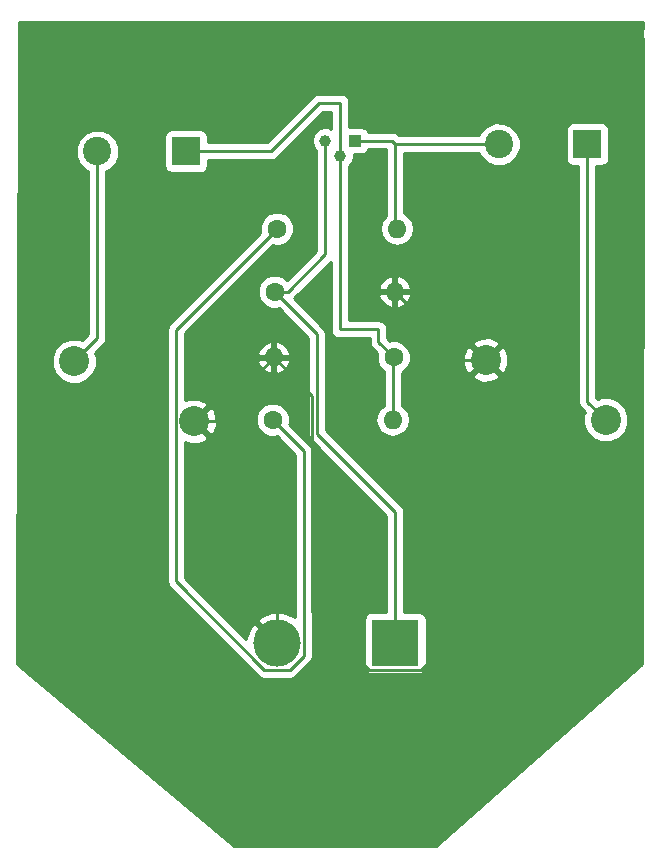
<source format=gbr>
G04 #@! TF.FileFunction,Copper,L1,Top,Signal*
%FSLAX46Y46*%
G04 Gerber Fmt 4.6, Leading zero omitted, Abs format (unit mm)*
G04 Created by KiCad (PCBNEW 4.0.5) date 05/24/17 22:27:59*
%MOMM*%
%LPD*%
G01*
G04 APERTURE LIST*
%ADD10C,0.100000*%
%ADD11R,2.400000X2.400000*%
%ADD12C,2.400000*%
%ADD13R,4.000000X4.000000*%
%ADD14C,4.000000*%
%ADD15C,2.540000*%
%ADD16C,1.000000*%
%ADD17R,1.000000X1.000000*%
%ADD18C,1.600000*%
%ADD19O,1.600000X1.600000*%
%ADD20C,0.250000*%
%ADD21C,0.254000*%
G04 APERTURE END LIST*
D10*
D11*
X136179560Y-83566000D03*
D12*
X128679560Y-83566000D03*
D11*
X170166680Y-82966560D03*
D12*
X162666680Y-82966560D03*
D13*
X153903680Y-125216920D03*
D14*
X143903680Y-125216920D03*
D15*
X136865360Y-106415840D03*
X126705360Y-101335840D03*
X171719240Y-106319320D03*
X161559240Y-101239320D03*
D16*
X149255480Y-83936840D03*
X147985480Y-82666840D03*
D17*
X150525480Y-82666840D03*
D18*
X143510000Y-106299000D03*
D19*
X153670000Y-106299000D03*
D18*
X143891000Y-90114120D03*
D19*
X154051000Y-90114120D03*
D18*
X153776680Y-101020880D03*
D19*
X143616680Y-101020880D03*
D18*
X143692880Y-95463360D03*
D19*
X153852880Y-95463360D03*
D20*
X149245320Y-79446120D02*
X149255480Y-79456280D01*
X149255480Y-79456280D02*
X149255480Y-83936840D01*
X147457160Y-79446120D02*
X149245320Y-79446120D01*
X143337280Y-83566000D02*
X147457160Y-79446120D01*
X136179560Y-83566000D02*
X143337280Y-83566000D01*
X153670000Y-106299000D02*
X153670000Y-101127560D01*
X153670000Y-101127560D02*
X153776680Y-101020880D01*
X152476200Y-98653600D02*
X152476200Y-99720400D01*
X152476200Y-99720400D02*
X153776680Y-101020880D01*
X149194520Y-98653600D02*
X152476200Y-98653600D01*
X149194520Y-84704906D02*
X149194520Y-98653600D01*
X149255480Y-83936840D02*
X149255480Y-84643946D01*
X149255480Y-84643946D02*
X149194520Y-84704906D01*
X128679560Y-83566000D02*
X128679560Y-99361640D01*
X128679560Y-99361640D02*
X126705360Y-101335840D01*
X170166680Y-82966560D02*
X170166680Y-104766760D01*
X170166680Y-104766760D02*
X171719240Y-106319320D01*
X162666680Y-82966560D02*
X160969624Y-82966560D01*
X160969624Y-82966560D02*
X160949304Y-82986880D01*
X160949304Y-82986880D02*
X153908760Y-82986880D01*
X153578560Y-82656680D02*
X153908760Y-82986880D01*
X153908760Y-82986880D02*
X153908760Y-90027760D01*
X151285640Y-82656680D02*
X153578560Y-82656680D01*
X150525480Y-82666840D02*
X151275480Y-82666840D01*
X151275480Y-82666840D02*
X151285640Y-82656680D01*
X147269200Y-107482640D02*
X147269200Y-99039680D01*
X147269200Y-99039680D02*
X143692880Y-95463360D01*
X153903680Y-114117120D02*
X147269200Y-107482640D01*
X153903680Y-125216920D02*
X153903680Y-114117120D01*
X143692880Y-95463360D02*
X144824250Y-95463360D01*
X144824250Y-95463360D02*
X147985480Y-92302130D01*
X147985480Y-92302130D02*
X147985480Y-82666840D01*
X159628840Y-101239320D02*
X159385000Y-100995480D01*
X143616680Y-101020880D02*
X146852640Y-104256840D01*
X156103681Y-127466921D02*
X159385000Y-124185602D01*
X159385000Y-100995480D02*
X153852880Y-95463360D01*
X146852640Y-104256840D02*
X146852640Y-122615882D01*
X159385000Y-124185602D02*
X159385000Y-100995480D01*
X146852640Y-122615882D02*
X151703679Y-127466921D01*
X151703679Y-127466921D02*
X156103681Y-127466921D01*
X161559240Y-101239320D02*
X159628840Y-101239320D01*
X143903680Y-125216920D02*
X143903680Y-122388493D01*
X143903680Y-122388493D02*
X140380720Y-118865533D01*
X140380720Y-118865533D02*
X140380720Y-104696531D01*
X140380720Y-104696531D02*
X140380720Y-104256840D01*
X140380720Y-104256840D02*
X143616680Y-101020880D01*
X136865360Y-106415840D02*
X138661411Y-106415840D01*
X138661411Y-106415840D02*
X140380720Y-104696531D01*
X143510000Y-106299000D02*
X146153681Y-108942681D01*
X146153681Y-108942681D02*
X146153681Y-126296921D01*
X146153681Y-126296921D02*
X144983681Y-127466921D01*
X144983681Y-127466921D02*
X142823679Y-127466921D01*
X143091001Y-90914119D02*
X143891000Y-90114120D01*
X142823679Y-127466921D02*
X135345359Y-119988601D01*
X135345359Y-119988601D02*
X135345359Y-98659761D01*
X135345359Y-98659761D02*
X143091001Y-90914119D01*
D21*
G36*
X174829409Y-73930734D02*
X174844380Y-74008038D01*
X174758772Y-126969690D01*
X157386384Y-142368281D01*
X140202666Y-142373207D01*
X121889144Y-126968012D01*
X121951690Y-101713105D01*
X124800030Y-101713105D01*
X125089438Y-102413526D01*
X125624855Y-102949879D01*
X126324770Y-103240508D01*
X127082625Y-103241170D01*
X127783046Y-102951762D01*
X128319399Y-102416345D01*
X128610028Y-101716430D01*
X128610690Y-100958575D01*
X128478164Y-100637838D01*
X129216961Y-99899041D01*
X129381708Y-99652480D01*
X129396706Y-99577081D01*
X129439560Y-99361640D01*
X129439560Y-98659761D01*
X134585359Y-98659761D01*
X134585359Y-119988601D01*
X134643211Y-120279440D01*
X134807958Y-120526002D01*
X142286278Y-128004322D01*
X142532840Y-128169069D01*
X142823679Y-128226921D01*
X144983681Y-128226921D01*
X145274520Y-128169069D01*
X145521082Y-128004322D01*
X146691082Y-126834322D01*
X146855829Y-126587760D01*
X146913681Y-126296921D01*
X146913681Y-108942681D01*
X146855829Y-108651842D01*
X146691082Y-108405280D01*
X144923256Y-106637454D01*
X144944750Y-106585691D01*
X144945248Y-106014813D01*
X144727243Y-105487200D01*
X144323923Y-105083176D01*
X143796691Y-104864250D01*
X143225813Y-104863752D01*
X142698200Y-105081757D01*
X142294176Y-105485077D01*
X142075250Y-106012309D01*
X142074752Y-106583187D01*
X142292757Y-107110800D01*
X142696077Y-107514824D01*
X143223309Y-107733750D01*
X143794187Y-107734248D01*
X143848149Y-107711951D01*
X145393681Y-109257483D01*
X145393681Y-122996960D01*
X145378327Y-122971177D01*
X144406668Y-122577801D01*
X143358433Y-122586207D01*
X142429033Y-122971177D01*
X142208264Y-123341898D01*
X143903680Y-125037315D01*
X143917822Y-125023172D01*
X144097428Y-125202778D01*
X144083285Y-125216920D01*
X144097428Y-125231062D01*
X143917822Y-125410668D01*
X143903680Y-125396525D01*
X143889538Y-125410668D01*
X143709932Y-125231062D01*
X143724075Y-125216920D01*
X142028658Y-123521504D01*
X141657937Y-123742273D01*
X141264561Y-124713932D01*
X141265524Y-124833964D01*
X136105359Y-119673799D01*
X136105359Y-108164633D01*
X136536396Y-108330101D01*
X137293992Y-108310276D01*
X137901840Y-108058497D01*
X138033532Y-107763617D01*
X136865360Y-106595445D01*
X136851218Y-106609588D01*
X136671613Y-106429983D01*
X136685755Y-106415840D01*
X137044965Y-106415840D01*
X138213137Y-107584012D01*
X138508017Y-107452320D01*
X138779621Y-106744804D01*
X138759796Y-105987208D01*
X138508017Y-105379360D01*
X138213137Y-105247668D01*
X137044965Y-106415840D01*
X136685755Y-106415840D01*
X136671613Y-106401698D01*
X136851218Y-106222093D01*
X136865360Y-106236235D01*
X138033532Y-105068063D01*
X137901840Y-104773183D01*
X137194324Y-104501579D01*
X136436728Y-104521404D01*
X136105359Y-104658662D01*
X136105359Y-101369919D01*
X142224776Y-101369919D01*
X142385639Y-101758303D01*
X142761546Y-102173269D01*
X143267639Y-102412794D01*
X143489680Y-102291509D01*
X143489680Y-101147880D01*
X143743680Y-101147880D01*
X143743680Y-102291509D01*
X143965721Y-102412794D01*
X144471814Y-102173269D01*
X144847721Y-101758303D01*
X145008584Y-101369919D01*
X144886595Y-101147880D01*
X143743680Y-101147880D01*
X143489680Y-101147880D01*
X142346765Y-101147880D01*
X142224776Y-101369919D01*
X136105359Y-101369919D01*
X136105359Y-100671841D01*
X142224776Y-100671841D01*
X142346765Y-100893880D01*
X143489680Y-100893880D01*
X143489680Y-99750251D01*
X143743680Y-99750251D01*
X143743680Y-100893880D01*
X144886595Y-100893880D01*
X145008584Y-100671841D01*
X144847721Y-100283457D01*
X144471814Y-99868491D01*
X143965721Y-99628966D01*
X143743680Y-99750251D01*
X143489680Y-99750251D01*
X143267639Y-99628966D01*
X142761546Y-99868491D01*
X142385639Y-100283457D01*
X142224776Y-100671841D01*
X136105359Y-100671841D01*
X136105359Y-98974563D01*
X143552546Y-91527376D01*
X143604309Y-91548870D01*
X144175187Y-91549368D01*
X144702800Y-91331363D01*
X145106824Y-90928043D01*
X145325750Y-90400811D01*
X145326248Y-89829933D01*
X145108243Y-89302320D01*
X144704923Y-88898296D01*
X144177691Y-88679370D01*
X143606813Y-88678872D01*
X143079200Y-88896877D01*
X142675176Y-89300197D01*
X142456250Y-89827429D01*
X142455752Y-90398307D01*
X142478049Y-90452269D01*
X134807958Y-98122360D01*
X134643211Y-98368922D01*
X134585359Y-98659761D01*
X129439560Y-98659761D01*
X129439560Y-85237448D01*
X129717646Y-85122545D01*
X130234290Y-84606801D01*
X130514241Y-83932605D01*
X130514878Y-83202597D01*
X130236105Y-82527914D01*
X130074474Y-82366000D01*
X134332120Y-82366000D01*
X134332120Y-84766000D01*
X134376398Y-85001317D01*
X134515470Y-85217441D01*
X134727670Y-85362431D01*
X134979560Y-85413440D01*
X137379560Y-85413440D01*
X137614877Y-85369162D01*
X137831001Y-85230090D01*
X137975991Y-85017890D01*
X138027000Y-84766000D01*
X138027000Y-84326000D01*
X143337280Y-84326000D01*
X143628119Y-84268148D01*
X143874681Y-84103401D01*
X147771962Y-80206120D01*
X148495480Y-80206120D01*
X148495480Y-81649651D01*
X148212236Y-81532037D01*
X147760705Y-81531643D01*
X147343394Y-81704073D01*
X147023835Y-82023075D01*
X146850677Y-82440084D01*
X146850283Y-82891615D01*
X147022713Y-83308926D01*
X147225480Y-83512047D01*
X147225480Y-91987328D01*
X144735838Y-94476970D01*
X144506803Y-94247536D01*
X143979571Y-94028610D01*
X143408693Y-94028112D01*
X142881080Y-94246117D01*
X142477056Y-94649437D01*
X142258130Y-95176669D01*
X142257632Y-95747547D01*
X142475637Y-96275160D01*
X142878957Y-96679184D01*
X143406189Y-96898110D01*
X143977067Y-96898608D01*
X144031029Y-96876311D01*
X146509200Y-99354482D01*
X146509200Y-107482640D01*
X146567052Y-107773479D01*
X146731799Y-108020041D01*
X153143680Y-114431922D01*
X153143680Y-122569480D01*
X151903680Y-122569480D01*
X151668363Y-122613758D01*
X151452239Y-122752830D01*
X151307249Y-122965030D01*
X151256240Y-123216920D01*
X151256240Y-127216920D01*
X151300518Y-127452237D01*
X151439590Y-127668361D01*
X151651790Y-127813351D01*
X151903680Y-127864360D01*
X155903680Y-127864360D01*
X156138997Y-127820082D01*
X156355121Y-127681010D01*
X156500111Y-127468810D01*
X156551120Y-127216920D01*
X156551120Y-123216920D01*
X156506842Y-122981603D01*
X156367770Y-122765479D01*
X156155570Y-122620489D01*
X155903680Y-122569480D01*
X154663680Y-122569480D01*
X154663680Y-114117120D01*
X154605828Y-113826281D01*
X154441081Y-113579719D01*
X148029200Y-107167838D01*
X148029200Y-99039680D01*
X147971348Y-98748841D01*
X147971348Y-98748840D01*
X147806601Y-98502279D01*
X145327741Y-96023419D01*
X145361651Y-96000761D01*
X148434520Y-92927892D01*
X148434520Y-98653600D01*
X148492372Y-98944439D01*
X148657119Y-99191001D01*
X148903681Y-99355748D01*
X149194520Y-99413600D01*
X151716200Y-99413600D01*
X151716200Y-99720400D01*
X151774052Y-100011239D01*
X151938799Y-100257801D01*
X152363424Y-100682426D01*
X152341930Y-100734189D01*
X152341432Y-101305067D01*
X152559437Y-101832680D01*
X152910000Y-102183855D01*
X152910000Y-105095333D01*
X152627189Y-105284302D01*
X152316120Y-105749849D01*
X152206887Y-106299000D01*
X152316120Y-106848151D01*
X152627189Y-107313698D01*
X153092736Y-107624767D01*
X153641887Y-107734000D01*
X153698113Y-107734000D01*
X154247264Y-107624767D01*
X154712811Y-107313698D01*
X155023880Y-106848151D01*
X155133113Y-106299000D01*
X155023880Y-105749849D01*
X154712811Y-105284302D01*
X154430000Y-105095333D01*
X154430000Y-102587097D01*
X160391068Y-102587097D01*
X160522760Y-102881977D01*
X161230276Y-103153581D01*
X161987872Y-103133756D01*
X162595720Y-102881977D01*
X162727412Y-102587097D01*
X161559240Y-101418925D01*
X160391068Y-102587097D01*
X154430000Y-102587097D01*
X154430000Y-102303606D01*
X154588480Y-102238123D01*
X154992504Y-101834803D01*
X155211430Y-101307571D01*
X155211776Y-100910356D01*
X159644979Y-100910356D01*
X159664804Y-101667952D01*
X159916583Y-102275800D01*
X160211463Y-102407492D01*
X161379635Y-101239320D01*
X161738845Y-101239320D01*
X162907017Y-102407492D01*
X163201897Y-102275800D01*
X163473501Y-101568284D01*
X163453676Y-100810688D01*
X163201897Y-100202840D01*
X162907017Y-100071148D01*
X161738845Y-101239320D01*
X161379635Y-101239320D01*
X160211463Y-100071148D01*
X159916583Y-100202840D01*
X159644979Y-100910356D01*
X155211776Y-100910356D01*
X155211928Y-100736693D01*
X154993923Y-100209080D01*
X154676940Y-99891543D01*
X160391068Y-99891543D01*
X161559240Y-101059715D01*
X162727412Y-99891543D01*
X162595720Y-99596663D01*
X161888204Y-99325059D01*
X161130608Y-99344884D01*
X160522760Y-99596663D01*
X160391068Y-99891543D01*
X154676940Y-99891543D01*
X154590603Y-99805056D01*
X154063371Y-99586130D01*
X153492493Y-99585632D01*
X153438531Y-99607929D01*
X153236200Y-99405598D01*
X153236200Y-98653600D01*
X153178348Y-98362761D01*
X153013601Y-98116199D01*
X152767039Y-97951452D01*
X152476200Y-97893600D01*
X149954520Y-97893600D01*
X149954520Y-95812399D01*
X152460976Y-95812399D01*
X152621839Y-96200783D01*
X152997746Y-96615749D01*
X153503839Y-96855274D01*
X153725880Y-96733989D01*
X153725880Y-95590360D01*
X153979880Y-95590360D01*
X153979880Y-96733989D01*
X154201921Y-96855274D01*
X154708014Y-96615749D01*
X155083921Y-96200783D01*
X155244784Y-95812399D01*
X155122795Y-95590360D01*
X153979880Y-95590360D01*
X153725880Y-95590360D01*
X152582965Y-95590360D01*
X152460976Y-95812399D01*
X149954520Y-95812399D01*
X149954520Y-95114321D01*
X152460976Y-95114321D01*
X152582965Y-95336360D01*
X153725880Y-95336360D01*
X153725880Y-94192731D01*
X153979880Y-94192731D01*
X153979880Y-95336360D01*
X155122795Y-95336360D01*
X155244784Y-95114321D01*
X155083921Y-94725937D01*
X154708014Y-94310971D01*
X154201921Y-94071446D01*
X153979880Y-94192731D01*
X153725880Y-94192731D01*
X153503839Y-94071446D01*
X152997746Y-94310971D01*
X152621839Y-94725937D01*
X152460976Y-95114321D01*
X149954520Y-95114321D01*
X149954520Y-84939437D01*
X149957628Y-84934786D01*
X149981240Y-84816079D01*
X150217125Y-84580605D01*
X150390283Y-84163596D01*
X150390588Y-83814280D01*
X151025480Y-83814280D01*
X151260797Y-83770002D01*
X151476921Y-83630930D01*
X151621911Y-83418730D01*
X151622326Y-83416680D01*
X153148760Y-83416680D01*
X153148760Y-89005495D01*
X153008189Y-89099422D01*
X152697120Y-89564969D01*
X152587887Y-90114120D01*
X152697120Y-90663271D01*
X153008189Y-91128818D01*
X153473736Y-91439887D01*
X154022887Y-91549120D01*
X154079113Y-91549120D01*
X154628264Y-91439887D01*
X155093811Y-91128818D01*
X155404880Y-90663271D01*
X155514113Y-90114120D01*
X155404880Y-89564969D01*
X155093811Y-89099422D01*
X154668760Y-88815412D01*
X154668760Y-83746880D01*
X160949304Y-83746880D01*
X160999503Y-83736895D01*
X161110135Y-84004646D01*
X161625879Y-84521290D01*
X162300075Y-84801241D01*
X163030083Y-84801878D01*
X163704766Y-84523105D01*
X164221410Y-84007361D01*
X164501361Y-83333165D01*
X164501998Y-82603157D01*
X164223225Y-81928474D01*
X164061594Y-81766560D01*
X168319240Y-81766560D01*
X168319240Y-84166560D01*
X168363518Y-84401877D01*
X168502590Y-84618001D01*
X168714790Y-84762991D01*
X168966680Y-84814000D01*
X169406680Y-84814000D01*
X169406680Y-104766760D01*
X169464532Y-105057599D01*
X169629279Y-105304161D01*
X169946391Y-105621273D01*
X169814572Y-105938730D01*
X169813910Y-106696585D01*
X170103318Y-107397006D01*
X170638735Y-107933359D01*
X171338650Y-108223988D01*
X172096505Y-108224650D01*
X172796926Y-107935242D01*
X173333279Y-107399825D01*
X173623908Y-106699910D01*
X173624570Y-105942055D01*
X173335162Y-105241634D01*
X172799745Y-104705281D01*
X172099830Y-104414652D01*
X171341975Y-104413990D01*
X171021238Y-104546516D01*
X170926680Y-104451958D01*
X170926680Y-84814000D01*
X171366680Y-84814000D01*
X171601997Y-84769722D01*
X171818121Y-84630650D01*
X171963111Y-84418450D01*
X172014120Y-84166560D01*
X172014120Y-81766560D01*
X171969842Y-81531243D01*
X171830770Y-81315119D01*
X171618570Y-81170129D01*
X171366680Y-81119120D01*
X168966680Y-81119120D01*
X168731363Y-81163398D01*
X168515239Y-81302470D01*
X168370249Y-81514670D01*
X168319240Y-81766560D01*
X164061594Y-81766560D01*
X163707481Y-81411830D01*
X163033285Y-81131879D01*
X162303277Y-81131242D01*
X161628594Y-81410015D01*
X161111950Y-81925759D01*
X160995351Y-82206560D01*
X160969624Y-82206560D01*
X160867469Y-82226880D01*
X154223562Y-82226880D01*
X154115961Y-82119279D01*
X153869399Y-81954532D01*
X153578560Y-81896680D01*
X151606221Y-81896680D01*
X151489570Y-81715399D01*
X151277370Y-81570409D01*
X151025480Y-81519400D01*
X150025480Y-81519400D01*
X150015480Y-81521282D01*
X150015480Y-79456280D01*
X149957628Y-79165441D01*
X149957628Y-79165440D01*
X149792881Y-78918879D01*
X149782721Y-78908719D01*
X149536159Y-78743972D01*
X149245320Y-78686120D01*
X147457160Y-78686120D01*
X147166320Y-78743972D01*
X146919759Y-78908719D01*
X143022478Y-82806000D01*
X138027000Y-82806000D01*
X138027000Y-82366000D01*
X137982722Y-82130683D01*
X137843650Y-81914559D01*
X137631450Y-81769569D01*
X137379560Y-81718560D01*
X134979560Y-81718560D01*
X134744243Y-81762838D01*
X134528119Y-81901910D01*
X134383129Y-82114110D01*
X134332120Y-82366000D01*
X130074474Y-82366000D01*
X129720361Y-82011270D01*
X129046165Y-81731319D01*
X128316157Y-81730682D01*
X127641474Y-82009455D01*
X127124830Y-82525199D01*
X126844879Y-83199395D01*
X126844242Y-83929403D01*
X127123015Y-84604086D01*
X127638759Y-85120730D01*
X127919560Y-85237329D01*
X127919560Y-99046838D01*
X127403407Y-99562991D01*
X127085950Y-99431172D01*
X126328095Y-99430510D01*
X125627674Y-99719918D01*
X125091321Y-100255335D01*
X124800692Y-100955250D01*
X124800030Y-101713105D01*
X121951690Y-101713105D01*
X122023724Y-72627560D01*
X174835991Y-72627560D01*
X174829409Y-73930734D01*
X174829409Y-73930734D01*
G37*
X174829409Y-73930734D02*
X174844380Y-74008038D01*
X174758772Y-126969690D01*
X157386384Y-142368281D01*
X140202666Y-142373207D01*
X121889144Y-126968012D01*
X121951690Y-101713105D01*
X124800030Y-101713105D01*
X125089438Y-102413526D01*
X125624855Y-102949879D01*
X126324770Y-103240508D01*
X127082625Y-103241170D01*
X127783046Y-102951762D01*
X128319399Y-102416345D01*
X128610028Y-101716430D01*
X128610690Y-100958575D01*
X128478164Y-100637838D01*
X129216961Y-99899041D01*
X129381708Y-99652480D01*
X129396706Y-99577081D01*
X129439560Y-99361640D01*
X129439560Y-98659761D01*
X134585359Y-98659761D01*
X134585359Y-119988601D01*
X134643211Y-120279440D01*
X134807958Y-120526002D01*
X142286278Y-128004322D01*
X142532840Y-128169069D01*
X142823679Y-128226921D01*
X144983681Y-128226921D01*
X145274520Y-128169069D01*
X145521082Y-128004322D01*
X146691082Y-126834322D01*
X146855829Y-126587760D01*
X146913681Y-126296921D01*
X146913681Y-108942681D01*
X146855829Y-108651842D01*
X146691082Y-108405280D01*
X144923256Y-106637454D01*
X144944750Y-106585691D01*
X144945248Y-106014813D01*
X144727243Y-105487200D01*
X144323923Y-105083176D01*
X143796691Y-104864250D01*
X143225813Y-104863752D01*
X142698200Y-105081757D01*
X142294176Y-105485077D01*
X142075250Y-106012309D01*
X142074752Y-106583187D01*
X142292757Y-107110800D01*
X142696077Y-107514824D01*
X143223309Y-107733750D01*
X143794187Y-107734248D01*
X143848149Y-107711951D01*
X145393681Y-109257483D01*
X145393681Y-122996960D01*
X145378327Y-122971177D01*
X144406668Y-122577801D01*
X143358433Y-122586207D01*
X142429033Y-122971177D01*
X142208264Y-123341898D01*
X143903680Y-125037315D01*
X143917822Y-125023172D01*
X144097428Y-125202778D01*
X144083285Y-125216920D01*
X144097428Y-125231062D01*
X143917822Y-125410668D01*
X143903680Y-125396525D01*
X143889538Y-125410668D01*
X143709932Y-125231062D01*
X143724075Y-125216920D01*
X142028658Y-123521504D01*
X141657937Y-123742273D01*
X141264561Y-124713932D01*
X141265524Y-124833964D01*
X136105359Y-119673799D01*
X136105359Y-108164633D01*
X136536396Y-108330101D01*
X137293992Y-108310276D01*
X137901840Y-108058497D01*
X138033532Y-107763617D01*
X136865360Y-106595445D01*
X136851218Y-106609588D01*
X136671613Y-106429983D01*
X136685755Y-106415840D01*
X137044965Y-106415840D01*
X138213137Y-107584012D01*
X138508017Y-107452320D01*
X138779621Y-106744804D01*
X138759796Y-105987208D01*
X138508017Y-105379360D01*
X138213137Y-105247668D01*
X137044965Y-106415840D01*
X136685755Y-106415840D01*
X136671613Y-106401698D01*
X136851218Y-106222093D01*
X136865360Y-106236235D01*
X138033532Y-105068063D01*
X137901840Y-104773183D01*
X137194324Y-104501579D01*
X136436728Y-104521404D01*
X136105359Y-104658662D01*
X136105359Y-101369919D01*
X142224776Y-101369919D01*
X142385639Y-101758303D01*
X142761546Y-102173269D01*
X143267639Y-102412794D01*
X143489680Y-102291509D01*
X143489680Y-101147880D01*
X143743680Y-101147880D01*
X143743680Y-102291509D01*
X143965721Y-102412794D01*
X144471814Y-102173269D01*
X144847721Y-101758303D01*
X145008584Y-101369919D01*
X144886595Y-101147880D01*
X143743680Y-101147880D01*
X143489680Y-101147880D01*
X142346765Y-101147880D01*
X142224776Y-101369919D01*
X136105359Y-101369919D01*
X136105359Y-100671841D01*
X142224776Y-100671841D01*
X142346765Y-100893880D01*
X143489680Y-100893880D01*
X143489680Y-99750251D01*
X143743680Y-99750251D01*
X143743680Y-100893880D01*
X144886595Y-100893880D01*
X145008584Y-100671841D01*
X144847721Y-100283457D01*
X144471814Y-99868491D01*
X143965721Y-99628966D01*
X143743680Y-99750251D01*
X143489680Y-99750251D01*
X143267639Y-99628966D01*
X142761546Y-99868491D01*
X142385639Y-100283457D01*
X142224776Y-100671841D01*
X136105359Y-100671841D01*
X136105359Y-98974563D01*
X143552546Y-91527376D01*
X143604309Y-91548870D01*
X144175187Y-91549368D01*
X144702800Y-91331363D01*
X145106824Y-90928043D01*
X145325750Y-90400811D01*
X145326248Y-89829933D01*
X145108243Y-89302320D01*
X144704923Y-88898296D01*
X144177691Y-88679370D01*
X143606813Y-88678872D01*
X143079200Y-88896877D01*
X142675176Y-89300197D01*
X142456250Y-89827429D01*
X142455752Y-90398307D01*
X142478049Y-90452269D01*
X134807958Y-98122360D01*
X134643211Y-98368922D01*
X134585359Y-98659761D01*
X129439560Y-98659761D01*
X129439560Y-85237448D01*
X129717646Y-85122545D01*
X130234290Y-84606801D01*
X130514241Y-83932605D01*
X130514878Y-83202597D01*
X130236105Y-82527914D01*
X130074474Y-82366000D01*
X134332120Y-82366000D01*
X134332120Y-84766000D01*
X134376398Y-85001317D01*
X134515470Y-85217441D01*
X134727670Y-85362431D01*
X134979560Y-85413440D01*
X137379560Y-85413440D01*
X137614877Y-85369162D01*
X137831001Y-85230090D01*
X137975991Y-85017890D01*
X138027000Y-84766000D01*
X138027000Y-84326000D01*
X143337280Y-84326000D01*
X143628119Y-84268148D01*
X143874681Y-84103401D01*
X147771962Y-80206120D01*
X148495480Y-80206120D01*
X148495480Y-81649651D01*
X148212236Y-81532037D01*
X147760705Y-81531643D01*
X147343394Y-81704073D01*
X147023835Y-82023075D01*
X146850677Y-82440084D01*
X146850283Y-82891615D01*
X147022713Y-83308926D01*
X147225480Y-83512047D01*
X147225480Y-91987328D01*
X144735838Y-94476970D01*
X144506803Y-94247536D01*
X143979571Y-94028610D01*
X143408693Y-94028112D01*
X142881080Y-94246117D01*
X142477056Y-94649437D01*
X142258130Y-95176669D01*
X142257632Y-95747547D01*
X142475637Y-96275160D01*
X142878957Y-96679184D01*
X143406189Y-96898110D01*
X143977067Y-96898608D01*
X144031029Y-96876311D01*
X146509200Y-99354482D01*
X146509200Y-107482640D01*
X146567052Y-107773479D01*
X146731799Y-108020041D01*
X153143680Y-114431922D01*
X153143680Y-122569480D01*
X151903680Y-122569480D01*
X151668363Y-122613758D01*
X151452239Y-122752830D01*
X151307249Y-122965030D01*
X151256240Y-123216920D01*
X151256240Y-127216920D01*
X151300518Y-127452237D01*
X151439590Y-127668361D01*
X151651790Y-127813351D01*
X151903680Y-127864360D01*
X155903680Y-127864360D01*
X156138997Y-127820082D01*
X156355121Y-127681010D01*
X156500111Y-127468810D01*
X156551120Y-127216920D01*
X156551120Y-123216920D01*
X156506842Y-122981603D01*
X156367770Y-122765479D01*
X156155570Y-122620489D01*
X155903680Y-122569480D01*
X154663680Y-122569480D01*
X154663680Y-114117120D01*
X154605828Y-113826281D01*
X154441081Y-113579719D01*
X148029200Y-107167838D01*
X148029200Y-99039680D01*
X147971348Y-98748841D01*
X147971348Y-98748840D01*
X147806601Y-98502279D01*
X145327741Y-96023419D01*
X145361651Y-96000761D01*
X148434520Y-92927892D01*
X148434520Y-98653600D01*
X148492372Y-98944439D01*
X148657119Y-99191001D01*
X148903681Y-99355748D01*
X149194520Y-99413600D01*
X151716200Y-99413600D01*
X151716200Y-99720400D01*
X151774052Y-100011239D01*
X151938799Y-100257801D01*
X152363424Y-100682426D01*
X152341930Y-100734189D01*
X152341432Y-101305067D01*
X152559437Y-101832680D01*
X152910000Y-102183855D01*
X152910000Y-105095333D01*
X152627189Y-105284302D01*
X152316120Y-105749849D01*
X152206887Y-106299000D01*
X152316120Y-106848151D01*
X152627189Y-107313698D01*
X153092736Y-107624767D01*
X153641887Y-107734000D01*
X153698113Y-107734000D01*
X154247264Y-107624767D01*
X154712811Y-107313698D01*
X155023880Y-106848151D01*
X155133113Y-106299000D01*
X155023880Y-105749849D01*
X154712811Y-105284302D01*
X154430000Y-105095333D01*
X154430000Y-102587097D01*
X160391068Y-102587097D01*
X160522760Y-102881977D01*
X161230276Y-103153581D01*
X161987872Y-103133756D01*
X162595720Y-102881977D01*
X162727412Y-102587097D01*
X161559240Y-101418925D01*
X160391068Y-102587097D01*
X154430000Y-102587097D01*
X154430000Y-102303606D01*
X154588480Y-102238123D01*
X154992504Y-101834803D01*
X155211430Y-101307571D01*
X155211776Y-100910356D01*
X159644979Y-100910356D01*
X159664804Y-101667952D01*
X159916583Y-102275800D01*
X160211463Y-102407492D01*
X161379635Y-101239320D01*
X161738845Y-101239320D01*
X162907017Y-102407492D01*
X163201897Y-102275800D01*
X163473501Y-101568284D01*
X163453676Y-100810688D01*
X163201897Y-100202840D01*
X162907017Y-100071148D01*
X161738845Y-101239320D01*
X161379635Y-101239320D01*
X160211463Y-100071148D01*
X159916583Y-100202840D01*
X159644979Y-100910356D01*
X155211776Y-100910356D01*
X155211928Y-100736693D01*
X154993923Y-100209080D01*
X154676940Y-99891543D01*
X160391068Y-99891543D01*
X161559240Y-101059715D01*
X162727412Y-99891543D01*
X162595720Y-99596663D01*
X161888204Y-99325059D01*
X161130608Y-99344884D01*
X160522760Y-99596663D01*
X160391068Y-99891543D01*
X154676940Y-99891543D01*
X154590603Y-99805056D01*
X154063371Y-99586130D01*
X153492493Y-99585632D01*
X153438531Y-99607929D01*
X153236200Y-99405598D01*
X153236200Y-98653600D01*
X153178348Y-98362761D01*
X153013601Y-98116199D01*
X152767039Y-97951452D01*
X152476200Y-97893600D01*
X149954520Y-97893600D01*
X149954520Y-95812399D01*
X152460976Y-95812399D01*
X152621839Y-96200783D01*
X152997746Y-96615749D01*
X153503839Y-96855274D01*
X153725880Y-96733989D01*
X153725880Y-95590360D01*
X153979880Y-95590360D01*
X153979880Y-96733989D01*
X154201921Y-96855274D01*
X154708014Y-96615749D01*
X155083921Y-96200783D01*
X155244784Y-95812399D01*
X155122795Y-95590360D01*
X153979880Y-95590360D01*
X153725880Y-95590360D01*
X152582965Y-95590360D01*
X152460976Y-95812399D01*
X149954520Y-95812399D01*
X149954520Y-95114321D01*
X152460976Y-95114321D01*
X152582965Y-95336360D01*
X153725880Y-95336360D01*
X153725880Y-94192731D01*
X153979880Y-94192731D01*
X153979880Y-95336360D01*
X155122795Y-95336360D01*
X155244784Y-95114321D01*
X155083921Y-94725937D01*
X154708014Y-94310971D01*
X154201921Y-94071446D01*
X153979880Y-94192731D01*
X153725880Y-94192731D01*
X153503839Y-94071446D01*
X152997746Y-94310971D01*
X152621839Y-94725937D01*
X152460976Y-95114321D01*
X149954520Y-95114321D01*
X149954520Y-84939437D01*
X149957628Y-84934786D01*
X149981240Y-84816079D01*
X150217125Y-84580605D01*
X150390283Y-84163596D01*
X150390588Y-83814280D01*
X151025480Y-83814280D01*
X151260797Y-83770002D01*
X151476921Y-83630930D01*
X151621911Y-83418730D01*
X151622326Y-83416680D01*
X153148760Y-83416680D01*
X153148760Y-89005495D01*
X153008189Y-89099422D01*
X152697120Y-89564969D01*
X152587887Y-90114120D01*
X152697120Y-90663271D01*
X153008189Y-91128818D01*
X153473736Y-91439887D01*
X154022887Y-91549120D01*
X154079113Y-91549120D01*
X154628264Y-91439887D01*
X155093811Y-91128818D01*
X155404880Y-90663271D01*
X155514113Y-90114120D01*
X155404880Y-89564969D01*
X155093811Y-89099422D01*
X154668760Y-88815412D01*
X154668760Y-83746880D01*
X160949304Y-83746880D01*
X160999503Y-83736895D01*
X161110135Y-84004646D01*
X161625879Y-84521290D01*
X162300075Y-84801241D01*
X163030083Y-84801878D01*
X163704766Y-84523105D01*
X164221410Y-84007361D01*
X164501361Y-83333165D01*
X164501998Y-82603157D01*
X164223225Y-81928474D01*
X164061594Y-81766560D01*
X168319240Y-81766560D01*
X168319240Y-84166560D01*
X168363518Y-84401877D01*
X168502590Y-84618001D01*
X168714790Y-84762991D01*
X168966680Y-84814000D01*
X169406680Y-84814000D01*
X169406680Y-104766760D01*
X169464532Y-105057599D01*
X169629279Y-105304161D01*
X169946391Y-105621273D01*
X169814572Y-105938730D01*
X169813910Y-106696585D01*
X170103318Y-107397006D01*
X170638735Y-107933359D01*
X171338650Y-108223988D01*
X172096505Y-108224650D01*
X172796926Y-107935242D01*
X173333279Y-107399825D01*
X173623908Y-106699910D01*
X173624570Y-105942055D01*
X173335162Y-105241634D01*
X172799745Y-104705281D01*
X172099830Y-104414652D01*
X171341975Y-104413990D01*
X171021238Y-104546516D01*
X170926680Y-104451958D01*
X170926680Y-84814000D01*
X171366680Y-84814000D01*
X171601997Y-84769722D01*
X171818121Y-84630650D01*
X171963111Y-84418450D01*
X172014120Y-84166560D01*
X172014120Y-81766560D01*
X171969842Y-81531243D01*
X171830770Y-81315119D01*
X171618570Y-81170129D01*
X171366680Y-81119120D01*
X168966680Y-81119120D01*
X168731363Y-81163398D01*
X168515239Y-81302470D01*
X168370249Y-81514670D01*
X168319240Y-81766560D01*
X164061594Y-81766560D01*
X163707481Y-81411830D01*
X163033285Y-81131879D01*
X162303277Y-81131242D01*
X161628594Y-81410015D01*
X161111950Y-81925759D01*
X160995351Y-82206560D01*
X160969624Y-82206560D01*
X160867469Y-82226880D01*
X154223562Y-82226880D01*
X154115961Y-82119279D01*
X153869399Y-81954532D01*
X153578560Y-81896680D01*
X151606221Y-81896680D01*
X151489570Y-81715399D01*
X151277370Y-81570409D01*
X151025480Y-81519400D01*
X150025480Y-81519400D01*
X150015480Y-81521282D01*
X150015480Y-79456280D01*
X149957628Y-79165441D01*
X149957628Y-79165440D01*
X149792881Y-78918879D01*
X149782721Y-78908719D01*
X149536159Y-78743972D01*
X149245320Y-78686120D01*
X147457160Y-78686120D01*
X147166320Y-78743972D01*
X146919759Y-78908719D01*
X143022478Y-82806000D01*
X138027000Y-82806000D01*
X138027000Y-82366000D01*
X137982722Y-82130683D01*
X137843650Y-81914559D01*
X137631450Y-81769569D01*
X137379560Y-81718560D01*
X134979560Y-81718560D01*
X134744243Y-81762838D01*
X134528119Y-81901910D01*
X134383129Y-82114110D01*
X134332120Y-82366000D01*
X130074474Y-82366000D01*
X129720361Y-82011270D01*
X129046165Y-81731319D01*
X128316157Y-81730682D01*
X127641474Y-82009455D01*
X127124830Y-82525199D01*
X126844879Y-83199395D01*
X126844242Y-83929403D01*
X127123015Y-84604086D01*
X127638759Y-85120730D01*
X127919560Y-85237329D01*
X127919560Y-99046838D01*
X127403407Y-99562991D01*
X127085950Y-99431172D01*
X126328095Y-99430510D01*
X125627674Y-99719918D01*
X125091321Y-100255335D01*
X124800692Y-100955250D01*
X124800030Y-101713105D01*
X121951690Y-101713105D01*
X122023724Y-72627560D01*
X174835991Y-72627560D01*
X174829409Y-73930734D01*
M02*

</source>
